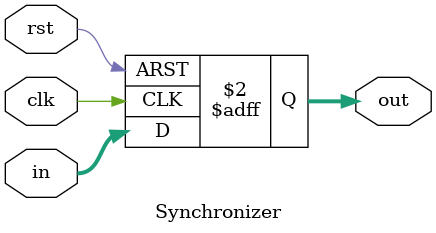
<source format=v>
module Synchronizer #(
 	parameter width = 2
 ) (
 	input clk, rst,
 	input [width-1: 0] in,
 	output reg [width-1:0] out
 );
 
 	always@(posedge clk, posedge rst)
		if(rst) out <= 1'b0;
 		else out <= in;
 
 endmodule
</source>
